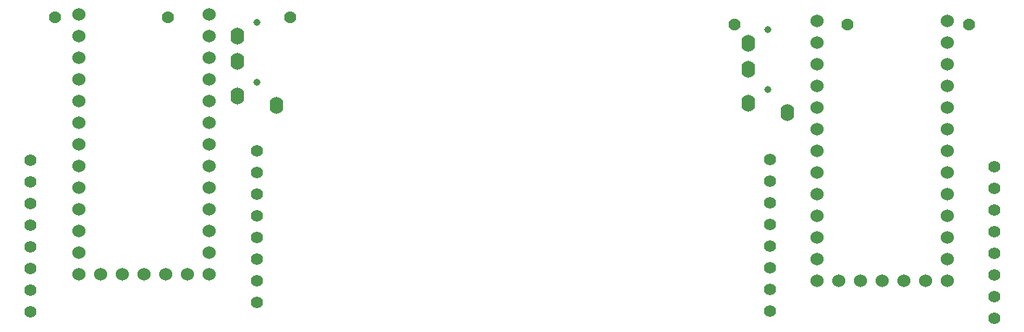
<source format=gts>
G04 #@! TF.GenerationSoftware,KiCad,Pcbnew,8.0.7-8.0.7-0~ubuntu24.04.1*
G04 #@! TF.CreationDate,2025-01-01T20:03:56-05:00*
G04 #@! TF.ProjectId,promicro_rp2040_pcbholder_wiredver,70726f6d-6963-4726-9f5f-727032303430,rev?*
G04 #@! TF.SameCoordinates,Original*
G04 #@! TF.FileFunction,Soldermask,Top*
G04 #@! TF.FilePolarity,Negative*
%FSLAX46Y46*%
G04 Gerber Fmt 4.6, Leading zero omitted, Abs format (unit mm)*
G04 Created by KiCad (PCBNEW 8.0.7-8.0.7-0~ubuntu24.04.1) date 2025-01-01 20:03:56*
%MOMM*%
%LPD*%
G01*
G04 APERTURE LIST*
%ADD10C,1.430000*%
%ADD11C,1.400000*%
%ADD12C,0.800000*%
%ADD13O,1.600000X2.000000*%
%ADD14C,1.524000*%
G04 APERTURE END LIST*
D10*
G04 #@! TO.C,*
X169452501Y-75642080D03*
G04 #@! TD*
G04 #@! TO.C,*
X90003826Y-74785830D03*
G04 #@! TD*
D11*
G04 #@! TO.C,J4*
X199852501Y-110086250D03*
X199852501Y-107546250D03*
X199852501Y-105006250D03*
X199852501Y-102466250D03*
X199852501Y-99926250D03*
X199852501Y-97386250D03*
X199852501Y-94846250D03*
X199852501Y-92306250D03*
G04 #@! TD*
G04 #@! TO.C,J3*
X173602501Y-109256250D03*
X173602501Y-106716250D03*
X173602501Y-104176250D03*
X173602501Y-101636250D03*
X173602501Y-99096250D03*
X173602501Y-96556250D03*
X173602501Y-94016250D03*
X173602501Y-91476250D03*
G04 #@! TD*
G04 #@! TO.C,J2*
X113602501Y-108280000D03*
X113602501Y-105740000D03*
X113602501Y-103200000D03*
X113602501Y-100660000D03*
X113602501Y-98120000D03*
X113602501Y-95580000D03*
X113602501Y-93040000D03*
X113602501Y-90500000D03*
G04 #@! TD*
G04 #@! TO.C,J1*
X87102501Y-109336250D03*
X87102501Y-106796250D03*
X87102501Y-104256250D03*
X87102501Y-101716250D03*
X87102501Y-99176250D03*
X87102501Y-96636250D03*
X87102501Y-94096250D03*
X87102501Y-91556250D03*
G04 #@! TD*
D12*
G04 #@! TO.C,U4*
X173402501Y-83256250D03*
X173402501Y-76256250D03*
D13*
X175702501Y-85956250D03*
X171102501Y-84856250D03*
X171102501Y-80856250D03*
X171102501Y-77856250D03*
G04 #@! TD*
G04 #@! TO.C,U2*
X111302501Y-77006250D03*
X111302501Y-80006250D03*
X111302501Y-84006250D03*
X115902501Y-85106250D03*
D12*
X113602501Y-75406250D03*
X113602501Y-82406250D03*
G04 #@! TD*
D14*
G04 #@! TO.C,U1*
X92760000Y-74460000D03*
X92760000Y-77000000D03*
X92760000Y-79540000D03*
X92760000Y-82080000D03*
X92760000Y-84620000D03*
X92760000Y-87160000D03*
X92760000Y-89700000D03*
X92760000Y-92240000D03*
X92760000Y-94780000D03*
X92760000Y-97320000D03*
X92760000Y-99860000D03*
X92760000Y-102400000D03*
X92760000Y-104940000D03*
X95300000Y-104940000D03*
X97840000Y-104940000D03*
X100380000Y-104940000D03*
X102920000Y-104940000D03*
X105460000Y-104940000D03*
X108000000Y-104940000D03*
X108000000Y-102400000D03*
X108000000Y-99860000D03*
X108000000Y-97320000D03*
X108000000Y-94780000D03*
X108000000Y-92240000D03*
X108000000Y-89700000D03*
X108000000Y-87160000D03*
X108000000Y-84620000D03*
X108000000Y-82080000D03*
X108000000Y-79540000D03*
X108000000Y-77000000D03*
X108000000Y-74460000D03*
G04 #@! TD*
G04 #@! TO.C,U3*
X194402501Y-75256250D03*
X194402501Y-77796250D03*
X194402501Y-80336250D03*
X194402501Y-82876250D03*
X194402501Y-85416250D03*
X194402501Y-87956250D03*
X194402501Y-90496250D03*
X194402501Y-93036250D03*
X194402501Y-95576250D03*
X194402501Y-98116250D03*
X194402501Y-100656250D03*
X194402501Y-103196250D03*
X194402501Y-105736250D03*
X191862501Y-105736250D03*
X189322501Y-105736250D03*
X186782501Y-105736250D03*
X184242501Y-105736250D03*
X181702501Y-105736250D03*
X179162501Y-105736250D03*
X179162501Y-103196250D03*
X179162501Y-100656250D03*
X179162501Y-98116250D03*
X179162501Y-95576250D03*
X179162501Y-93036250D03*
X179162501Y-90496250D03*
X179162501Y-87956250D03*
X179162501Y-85416250D03*
X179162501Y-82876250D03*
X179162501Y-80336250D03*
X179162501Y-77796250D03*
X179162501Y-75256250D03*
G04 #@! TD*
D10*
G04 #@! TO.C,*
X103216326Y-74785830D03*
G04 #@! TD*
G04 #@! TO.C,*
X182665001Y-75642080D03*
G04 #@! TD*
G04 #@! TO.C,*
X196952501Y-75642080D03*
G04 #@! TD*
G04 #@! TO.C,*
X117503826Y-74785830D03*
G04 #@! TD*
M02*

</source>
